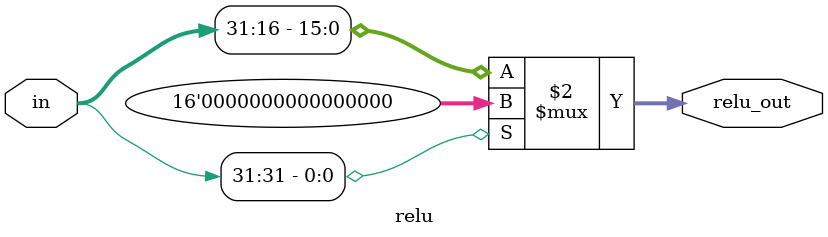
<source format=v>
module relu (
    input [31:0]in,
    output [15:0]relu_out
);
    assign relu_out = in[31] == 1 ? 16'h0 : in[31:16];

endmodule
</source>
